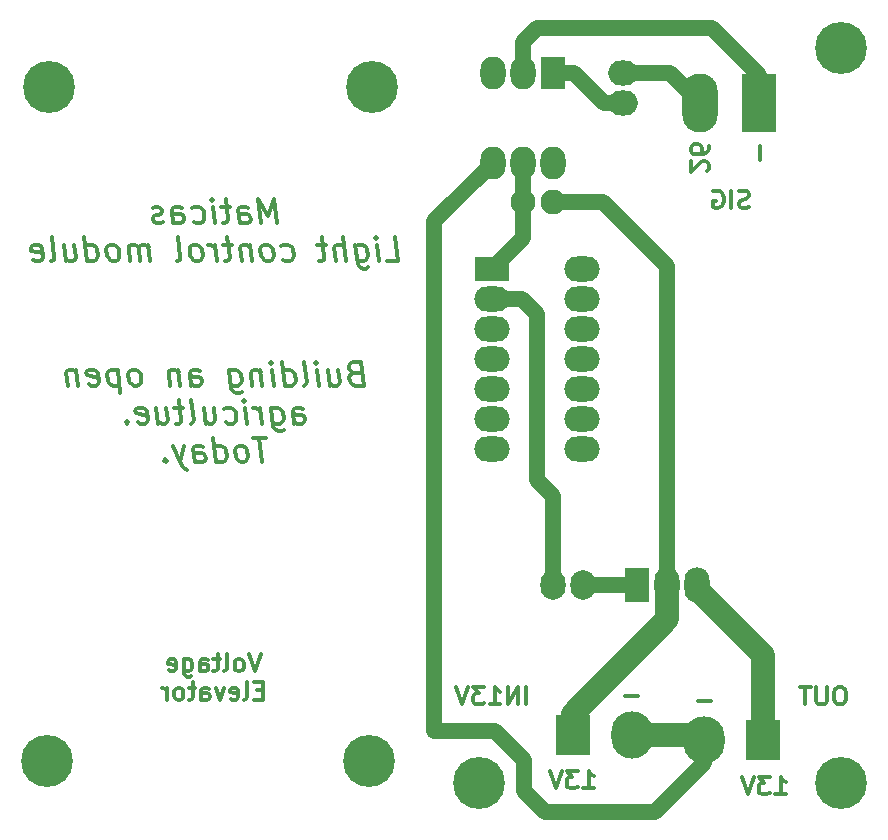
<source format=gbr>
%TF.GenerationSoftware,KiCad,Pcbnew,6.0.11+dfsg-1*%
%TF.CreationDate,2023-05-04T08:29:04-05:00*%
%TF.ProjectId,lights_control,6c696768-7473-45f6-936f-6e74726f6c2e,rev?*%
%TF.SameCoordinates,Original*%
%TF.FileFunction,Copper,L2,Bot*%
%TF.FilePolarity,Positive*%
%FSLAX46Y46*%
G04 Gerber Fmt 4.6, Leading zero omitted, Abs format (unit mm)*
G04 Created by KiCad (PCBNEW 6.0.11+dfsg-1) date 2023-05-04 08:29:04*
%MOMM*%
%LPD*%
G01*
G04 APERTURE LIST*
%ADD10C,0.300000*%
%TA.AperFunction,NonConductor*%
%ADD11C,0.300000*%
%TD*%
%TA.AperFunction,ComponentPad*%
%ADD12C,4.400000*%
%TD*%
%TA.AperFunction,ComponentPad*%
%ADD13R,3.000000X3.500000*%
%TD*%
%TA.AperFunction,ComponentPad*%
%ADD14O,3.500000X4.000000*%
%TD*%
%TA.AperFunction,ComponentPad*%
%ADD15R,2.125000X3.000000*%
%TD*%
%TA.AperFunction,ComponentPad*%
%ADD16O,2.125000X3.000000*%
%TD*%
%TA.AperFunction,ComponentPad*%
%ADD17O,2.500000X2.125000*%
%TD*%
%TA.AperFunction,ComponentPad*%
%ADD18R,3.000000X2.125000*%
%TD*%
%TA.AperFunction,ComponentPad*%
%ADD19O,3.000000X2.125000*%
%TD*%
%TA.AperFunction,ComponentPad*%
%ADD20O,2.125000X2.500000*%
%TD*%
%TA.AperFunction,ComponentPad*%
%ADD21R,2.125000X2.800000*%
%TD*%
%TA.AperFunction,ComponentPad*%
%ADD22O,2.125000X2.800000*%
%TD*%
%TA.AperFunction,ComponentPad*%
%ADD23C,2.125000*%
%TD*%
%TA.AperFunction,ComponentPad*%
%ADD24O,2.125000X2.125000*%
%TD*%
%TA.AperFunction,ComponentPad*%
%ADD25R,3.000000X5.000000*%
%TD*%
%TA.AperFunction,ComponentPad*%
%ADD26O,3.000000X5.000000*%
%TD*%
%TA.AperFunction,Conductor*%
%ADD27C,2.000000*%
%TD*%
%TA.AperFunction,Conductor*%
%ADD28C,1.330000*%
%TD*%
%TA.AperFunction,Conductor*%
%ADD29C,2.125000*%
%TD*%
G04 APERTURE END LIST*
D10*
D11*
X104599642Y-111378571D02*
X104599642Y-109878571D01*
X103885357Y-111378571D02*
X103885357Y-109878571D01*
X103028214Y-111378571D01*
X103028214Y-109878571D01*
X101528214Y-111378571D02*
X102385357Y-111378571D01*
X101956785Y-111378571D02*
X101956785Y-109878571D01*
X102099642Y-110092857D01*
X102242500Y-110235714D01*
X102385357Y-110307142D01*
X101028214Y-109878571D02*
X100099642Y-109878571D01*
X100599642Y-110450000D01*
X100385357Y-110450000D01*
X100242500Y-110521428D01*
X100171071Y-110592857D01*
X100099642Y-110735714D01*
X100099642Y-111092857D01*
X100171071Y-111235714D01*
X100242500Y-111307142D01*
X100385357Y-111378571D01*
X100813928Y-111378571D01*
X100956785Y-111307142D01*
X101028214Y-111235714D01*
X99671071Y-109878571D02*
X99171071Y-111378571D01*
X98671071Y-109878571D01*
D10*
D11*
X82100000Y-107071071D02*
X81600000Y-108571071D01*
X81100000Y-107071071D01*
X80385714Y-108571071D02*
X80528571Y-108499642D01*
X80600000Y-108428214D01*
X80671428Y-108285357D01*
X80671428Y-107856785D01*
X80600000Y-107713928D01*
X80528571Y-107642500D01*
X80385714Y-107571071D01*
X80171428Y-107571071D01*
X80028571Y-107642500D01*
X79957142Y-107713928D01*
X79885714Y-107856785D01*
X79885714Y-108285357D01*
X79957142Y-108428214D01*
X80028571Y-108499642D01*
X80171428Y-108571071D01*
X80385714Y-108571071D01*
X79028571Y-108571071D02*
X79171428Y-108499642D01*
X79242857Y-108356785D01*
X79242857Y-107071071D01*
X78671428Y-107571071D02*
X78100000Y-107571071D01*
X78457142Y-107071071D02*
X78457142Y-108356785D01*
X78385714Y-108499642D01*
X78242857Y-108571071D01*
X78100000Y-108571071D01*
X76957142Y-108571071D02*
X76957142Y-107785357D01*
X77028571Y-107642500D01*
X77171428Y-107571071D01*
X77457142Y-107571071D01*
X77600000Y-107642500D01*
X76957142Y-108499642D02*
X77100000Y-108571071D01*
X77457142Y-108571071D01*
X77600000Y-108499642D01*
X77671428Y-108356785D01*
X77671428Y-108213928D01*
X77600000Y-108071071D01*
X77457142Y-107999642D01*
X77100000Y-107999642D01*
X76957142Y-107928214D01*
X75600000Y-107571071D02*
X75600000Y-108785357D01*
X75671428Y-108928214D01*
X75742857Y-108999642D01*
X75885714Y-109071071D01*
X76100000Y-109071071D01*
X76242857Y-108999642D01*
X75600000Y-108499642D02*
X75742857Y-108571071D01*
X76028571Y-108571071D01*
X76171428Y-108499642D01*
X76242857Y-108428214D01*
X76314285Y-108285357D01*
X76314285Y-107856785D01*
X76242857Y-107713928D01*
X76171428Y-107642500D01*
X76028571Y-107571071D01*
X75742857Y-107571071D01*
X75600000Y-107642500D01*
X74314285Y-108499642D02*
X74457142Y-108571071D01*
X74742857Y-108571071D01*
X74885714Y-108499642D01*
X74957142Y-108356785D01*
X74957142Y-107785357D01*
X74885714Y-107642500D01*
X74742857Y-107571071D01*
X74457142Y-107571071D01*
X74314285Y-107642500D01*
X74242857Y-107785357D01*
X74242857Y-107928214D01*
X74957142Y-108071071D01*
X82278571Y-110200357D02*
X81778571Y-110200357D01*
X81564285Y-110986071D02*
X82278571Y-110986071D01*
X82278571Y-109486071D01*
X81564285Y-109486071D01*
X80707142Y-110986071D02*
X80850000Y-110914642D01*
X80921428Y-110771785D01*
X80921428Y-109486071D01*
X79564285Y-110914642D02*
X79707142Y-110986071D01*
X79992857Y-110986071D01*
X80135714Y-110914642D01*
X80207142Y-110771785D01*
X80207142Y-110200357D01*
X80135714Y-110057500D01*
X79992857Y-109986071D01*
X79707142Y-109986071D01*
X79564285Y-110057500D01*
X79492857Y-110200357D01*
X79492857Y-110343214D01*
X80207142Y-110486071D01*
X78992857Y-109986071D02*
X78635714Y-110986071D01*
X78278571Y-109986071D01*
X77064285Y-110986071D02*
X77064285Y-110200357D01*
X77135714Y-110057500D01*
X77278571Y-109986071D01*
X77564285Y-109986071D01*
X77707142Y-110057500D01*
X77064285Y-110914642D02*
X77207142Y-110986071D01*
X77564285Y-110986071D01*
X77707142Y-110914642D01*
X77778571Y-110771785D01*
X77778571Y-110628928D01*
X77707142Y-110486071D01*
X77564285Y-110414642D01*
X77207142Y-110414642D01*
X77064285Y-110343214D01*
X76564285Y-109986071D02*
X75992857Y-109986071D01*
X76350000Y-109486071D02*
X76350000Y-110771785D01*
X76278571Y-110914642D01*
X76135714Y-110986071D01*
X75992857Y-110986071D01*
X75278571Y-110986071D02*
X75421428Y-110914642D01*
X75492857Y-110843214D01*
X75564285Y-110700357D01*
X75564285Y-110271785D01*
X75492857Y-110128928D01*
X75421428Y-110057500D01*
X75278571Y-109986071D01*
X75064285Y-109986071D01*
X74921428Y-110057500D01*
X74850000Y-110128928D01*
X74778571Y-110271785D01*
X74778571Y-110700357D01*
X74850000Y-110843214D01*
X74921428Y-110914642D01*
X75064285Y-110986071D01*
X75278571Y-110986071D01*
X74135714Y-110986071D02*
X74135714Y-109986071D01*
X74135714Y-110271785D02*
X74064285Y-110128928D01*
X73992857Y-110057500D01*
X73850000Y-109986071D01*
X73707142Y-109986071D01*
D10*
D11*
X125686071Y-118986071D02*
X126543214Y-118986071D01*
X126114642Y-118986071D02*
X126114642Y-117486071D01*
X126257500Y-117700357D01*
X126400357Y-117843214D01*
X126543214Y-117914642D01*
X125186071Y-117486071D02*
X124257500Y-117486071D01*
X124757500Y-118057500D01*
X124543214Y-118057500D01*
X124400357Y-118128928D01*
X124328928Y-118200357D01*
X124257500Y-118343214D01*
X124257500Y-118700357D01*
X124328928Y-118843214D01*
X124400357Y-118914642D01*
X124543214Y-118986071D01*
X124971785Y-118986071D01*
X125114642Y-118914642D01*
X125186071Y-118843214D01*
X123828928Y-117486071D02*
X123328928Y-118986071D01*
X122828928Y-117486071D01*
D10*
D11*
X131300000Y-109878571D02*
X131014285Y-109878571D01*
X130871428Y-109950000D01*
X130728571Y-110092857D01*
X130657142Y-110378571D01*
X130657142Y-110878571D01*
X130728571Y-111164285D01*
X130871428Y-111307142D01*
X131014285Y-111378571D01*
X131300000Y-111378571D01*
X131442857Y-111307142D01*
X131585714Y-111164285D01*
X131657142Y-110878571D01*
X131657142Y-110378571D01*
X131585714Y-110092857D01*
X131442857Y-109950000D01*
X131300000Y-109878571D01*
X130014285Y-109878571D02*
X130014285Y-111092857D01*
X129942857Y-111235714D01*
X129871428Y-111307142D01*
X129728571Y-111378571D01*
X129442857Y-111378571D01*
X129300000Y-111307142D01*
X129228571Y-111235714D01*
X129157142Y-111092857D01*
X129157142Y-109878571D01*
X128657142Y-109878571D02*
X127800000Y-109878571D01*
X128228571Y-111378571D02*
X128228571Y-109878571D01*
D10*
D11*
X120228928Y-111114642D02*
X119086071Y-111114642D01*
D10*
D11*
X124407142Y-64128571D02*
X124407142Y-65271428D01*
D10*
D11*
X109428571Y-118478571D02*
X110285714Y-118478571D01*
X109857142Y-118478571D02*
X109857142Y-116978571D01*
X110000000Y-117192857D01*
X110142857Y-117335714D01*
X110285714Y-117407142D01*
X108928571Y-116978571D02*
X108000000Y-116978571D01*
X108500000Y-117550000D01*
X108285714Y-117550000D01*
X108142857Y-117621428D01*
X108071428Y-117692857D01*
X108000000Y-117835714D01*
X108000000Y-118192857D01*
X108071428Y-118335714D01*
X108142857Y-118407142D01*
X108285714Y-118478571D01*
X108714285Y-118478571D01*
X108857142Y-118407142D01*
X108928571Y-118335714D01*
X107571428Y-116978571D02*
X107071428Y-118478571D01*
X106571428Y-116978571D01*
D10*
D11*
X90015535Y-83337142D02*
X89741726Y-83432380D01*
X89658392Y-83527619D01*
X89586964Y-83718095D01*
X89622678Y-84003809D01*
X89741726Y-84194285D01*
X89848869Y-84289523D01*
X90051250Y-84384761D01*
X90813154Y-84384761D01*
X90563154Y-82384761D01*
X89896488Y-82384761D01*
X89717916Y-82480000D01*
X89634583Y-82575238D01*
X89563154Y-82765714D01*
X89586964Y-82956190D01*
X89706011Y-83146666D01*
X89813154Y-83241904D01*
X90015535Y-83337142D01*
X90682202Y-83337142D01*
X87789345Y-83051428D02*
X87956011Y-84384761D01*
X88646488Y-83051428D02*
X88777440Y-84099047D01*
X88706011Y-84289523D01*
X88527440Y-84384761D01*
X88241726Y-84384761D01*
X88039345Y-84289523D01*
X87932202Y-84194285D01*
X87003630Y-84384761D02*
X86836964Y-83051428D01*
X86753630Y-82384761D02*
X86860773Y-82480000D01*
X86777440Y-82575238D01*
X86670297Y-82480000D01*
X86753630Y-82384761D01*
X86777440Y-82575238D01*
X85765535Y-84384761D02*
X85944107Y-84289523D01*
X86015535Y-84099047D01*
X85801250Y-82384761D01*
X84146488Y-84384761D02*
X83896488Y-82384761D01*
X84134583Y-84289523D02*
X84336964Y-84384761D01*
X84717916Y-84384761D01*
X84896488Y-84289523D01*
X84979821Y-84194285D01*
X85051250Y-84003809D01*
X84979821Y-83432380D01*
X84860773Y-83241904D01*
X84753630Y-83146666D01*
X84551250Y-83051428D01*
X84170297Y-83051428D01*
X83991726Y-83146666D01*
X83194107Y-84384761D02*
X83027440Y-83051428D01*
X82944107Y-82384761D02*
X83051250Y-82480000D01*
X82967916Y-82575238D01*
X82860773Y-82480000D01*
X82944107Y-82384761D01*
X82967916Y-82575238D01*
X82075059Y-83051428D02*
X82241726Y-84384761D01*
X82098869Y-83241904D02*
X81991726Y-83146666D01*
X81789345Y-83051428D01*
X81503630Y-83051428D01*
X81325059Y-83146666D01*
X81253630Y-83337142D01*
X81384583Y-84384761D01*
X79408392Y-83051428D02*
X79610773Y-84670476D01*
X79729821Y-84860952D01*
X79836964Y-84956190D01*
X80039345Y-85051428D01*
X80325059Y-85051428D01*
X80503630Y-84956190D01*
X79563154Y-84289523D02*
X79765535Y-84384761D01*
X80146488Y-84384761D01*
X80325059Y-84289523D01*
X80408392Y-84194285D01*
X80479821Y-84003809D01*
X80408392Y-83432380D01*
X80289345Y-83241904D01*
X80182202Y-83146666D01*
X79979821Y-83051428D01*
X79598869Y-83051428D01*
X79420297Y-83146666D01*
X76241726Y-84384761D02*
X76110773Y-83337142D01*
X76182202Y-83146666D01*
X76360773Y-83051428D01*
X76741726Y-83051428D01*
X76944107Y-83146666D01*
X76229821Y-84289523D02*
X76432202Y-84384761D01*
X76908392Y-84384761D01*
X77086964Y-84289523D01*
X77158392Y-84099047D01*
X77134583Y-83908571D01*
X77015535Y-83718095D01*
X76813154Y-83622857D01*
X76336964Y-83622857D01*
X76134583Y-83527619D01*
X75122678Y-83051428D02*
X75289345Y-84384761D01*
X75146488Y-83241904D02*
X75039345Y-83146666D01*
X74836964Y-83051428D01*
X74551250Y-83051428D01*
X74372678Y-83146666D01*
X74301250Y-83337142D01*
X74432202Y-84384761D01*
X71670297Y-84384761D02*
X71848869Y-84289523D01*
X71932202Y-84194285D01*
X72003630Y-84003809D01*
X71932202Y-83432380D01*
X71813154Y-83241904D01*
X71706011Y-83146666D01*
X71503630Y-83051428D01*
X71217916Y-83051428D01*
X71039345Y-83146666D01*
X70956011Y-83241904D01*
X70884583Y-83432380D01*
X70956011Y-84003809D01*
X71075059Y-84194285D01*
X71182202Y-84289523D01*
X71384583Y-84384761D01*
X71670297Y-84384761D01*
X69979821Y-83051428D02*
X70229821Y-85051428D01*
X69991726Y-83146666D02*
X69789345Y-83051428D01*
X69408392Y-83051428D01*
X69229821Y-83146666D01*
X69146488Y-83241904D01*
X69075059Y-83432380D01*
X69146488Y-84003809D01*
X69265535Y-84194285D01*
X69372678Y-84289523D01*
X69575059Y-84384761D01*
X69956011Y-84384761D01*
X70134583Y-84289523D01*
X67563154Y-84289523D02*
X67765535Y-84384761D01*
X68146488Y-84384761D01*
X68325059Y-84289523D01*
X68396488Y-84099047D01*
X68301250Y-83337142D01*
X68182202Y-83146666D01*
X67979821Y-83051428D01*
X67598869Y-83051428D01*
X67420297Y-83146666D01*
X67348869Y-83337142D01*
X67372678Y-83527619D01*
X68348869Y-83718095D01*
X66456011Y-83051428D02*
X66622678Y-84384761D01*
X66479821Y-83241904D02*
X66372678Y-83146666D01*
X66170297Y-83051428D01*
X65884583Y-83051428D01*
X65706011Y-83146666D01*
X65634583Y-83337142D01*
X65765535Y-84384761D01*
X84956011Y-87604761D02*
X84825059Y-86557142D01*
X84896488Y-86366666D01*
X85075059Y-86271428D01*
X85456011Y-86271428D01*
X85658392Y-86366666D01*
X84944107Y-87509523D02*
X85146488Y-87604761D01*
X85622678Y-87604761D01*
X85801250Y-87509523D01*
X85872678Y-87319047D01*
X85848869Y-87128571D01*
X85729821Y-86938095D01*
X85527440Y-86842857D01*
X85051250Y-86842857D01*
X84848869Y-86747619D01*
X82979821Y-86271428D02*
X83182202Y-87890476D01*
X83301250Y-88080952D01*
X83408392Y-88176190D01*
X83610773Y-88271428D01*
X83896488Y-88271428D01*
X84075059Y-88176190D01*
X83134583Y-87509523D02*
X83336964Y-87604761D01*
X83717916Y-87604761D01*
X83896488Y-87509523D01*
X83979821Y-87414285D01*
X84051250Y-87223809D01*
X83979821Y-86652380D01*
X83860773Y-86461904D01*
X83753630Y-86366666D01*
X83551250Y-86271428D01*
X83170297Y-86271428D01*
X82991726Y-86366666D01*
X82194107Y-87604761D02*
X82027440Y-86271428D01*
X82075059Y-86652380D02*
X81956011Y-86461904D01*
X81848869Y-86366666D01*
X81646488Y-86271428D01*
X81456011Y-86271428D01*
X80956011Y-87604761D02*
X80789345Y-86271428D01*
X80706011Y-85604761D02*
X80813154Y-85700000D01*
X80729821Y-85795238D01*
X80622678Y-85700000D01*
X80706011Y-85604761D01*
X80729821Y-85795238D01*
X79134583Y-87509523D02*
X79336964Y-87604761D01*
X79717916Y-87604761D01*
X79896488Y-87509523D01*
X79979821Y-87414285D01*
X80051250Y-87223809D01*
X79979821Y-86652380D01*
X79860773Y-86461904D01*
X79753630Y-86366666D01*
X79551250Y-86271428D01*
X79170297Y-86271428D01*
X78991726Y-86366666D01*
X77265535Y-86271428D02*
X77432202Y-87604761D01*
X78122678Y-86271428D02*
X78253630Y-87319047D01*
X78182202Y-87509523D01*
X78003630Y-87604761D01*
X77717916Y-87604761D01*
X77515535Y-87509523D01*
X77408392Y-87414285D01*
X76194107Y-87604761D02*
X76372678Y-87509523D01*
X76444107Y-87319047D01*
X76229821Y-85604761D01*
X75551250Y-86271428D02*
X74789345Y-86271428D01*
X75182202Y-85604761D02*
X75396488Y-87319047D01*
X75325059Y-87509523D01*
X75146488Y-87604761D01*
X74956011Y-87604761D01*
X73265535Y-86271428D02*
X73432202Y-87604761D01*
X74122678Y-86271428D02*
X74253630Y-87319047D01*
X74182202Y-87509523D01*
X74003630Y-87604761D01*
X73717916Y-87604761D01*
X73515535Y-87509523D01*
X73408392Y-87414285D01*
X71706011Y-87509523D02*
X71908392Y-87604761D01*
X72289345Y-87604761D01*
X72467916Y-87509523D01*
X72539345Y-87319047D01*
X72444107Y-86557142D01*
X72325059Y-86366666D01*
X72122678Y-86271428D01*
X71741726Y-86271428D01*
X71563154Y-86366666D01*
X71491726Y-86557142D01*
X71515535Y-86747619D01*
X72491726Y-86938095D01*
X70741726Y-87414285D02*
X70658392Y-87509523D01*
X70765535Y-87604761D01*
X70848869Y-87509523D01*
X70741726Y-87414285D01*
X70765535Y-87604761D01*
X82563154Y-88824761D02*
X81420297Y-88824761D01*
X82241726Y-90824761D02*
X81991726Y-88824761D01*
X80717916Y-90824761D02*
X80896488Y-90729523D01*
X80979821Y-90634285D01*
X81051250Y-90443809D01*
X80979821Y-89872380D01*
X80860773Y-89681904D01*
X80753630Y-89586666D01*
X80551250Y-89491428D01*
X80265535Y-89491428D01*
X80086964Y-89586666D01*
X80003630Y-89681904D01*
X79932202Y-89872380D01*
X80003630Y-90443809D01*
X80122678Y-90634285D01*
X80229821Y-90729523D01*
X80432202Y-90824761D01*
X80717916Y-90824761D01*
X78336964Y-90824761D02*
X78086964Y-88824761D01*
X78325059Y-90729523D02*
X78527440Y-90824761D01*
X78908392Y-90824761D01*
X79086964Y-90729523D01*
X79170297Y-90634285D01*
X79241726Y-90443809D01*
X79170297Y-89872380D01*
X79051250Y-89681904D01*
X78944107Y-89586666D01*
X78741726Y-89491428D01*
X78360773Y-89491428D01*
X78182202Y-89586666D01*
X76527440Y-90824761D02*
X76396488Y-89777142D01*
X76467916Y-89586666D01*
X76646488Y-89491428D01*
X77027440Y-89491428D01*
X77229821Y-89586666D01*
X76515535Y-90729523D02*
X76717916Y-90824761D01*
X77194107Y-90824761D01*
X77372678Y-90729523D01*
X77444107Y-90539047D01*
X77420297Y-90348571D01*
X77301250Y-90158095D01*
X77098869Y-90062857D01*
X76622678Y-90062857D01*
X76420297Y-89967619D01*
X75598869Y-89491428D02*
X75289345Y-90824761D01*
X74646488Y-89491428D02*
X75289345Y-90824761D01*
X75539345Y-91300952D01*
X75646488Y-91396190D01*
X75848869Y-91491428D01*
X74027440Y-90634285D02*
X73944107Y-90729523D01*
X74051250Y-90824761D01*
X74134583Y-90729523D01*
X74027440Y-90634285D01*
X74051250Y-90824761D01*
D10*
D11*
X83479821Y-70594761D02*
X83229821Y-68594761D01*
X82741726Y-70023333D01*
X81896488Y-68594761D01*
X82146488Y-70594761D01*
X80336964Y-70594761D02*
X80206011Y-69547142D01*
X80277440Y-69356666D01*
X80456011Y-69261428D01*
X80836964Y-69261428D01*
X81039345Y-69356666D01*
X80325059Y-70499523D02*
X80527440Y-70594761D01*
X81003630Y-70594761D01*
X81182202Y-70499523D01*
X81253630Y-70309047D01*
X81229821Y-70118571D01*
X81110773Y-69928095D01*
X80908392Y-69832857D01*
X80432202Y-69832857D01*
X80229821Y-69737619D01*
X79503630Y-69261428D02*
X78741726Y-69261428D01*
X79134583Y-68594761D02*
X79348869Y-70309047D01*
X79277440Y-70499523D01*
X79098869Y-70594761D01*
X78908392Y-70594761D01*
X78241726Y-70594761D02*
X78075059Y-69261428D01*
X77991726Y-68594761D02*
X78098869Y-68690000D01*
X78015535Y-68785238D01*
X77908392Y-68690000D01*
X77991726Y-68594761D01*
X78015535Y-68785238D01*
X76420297Y-70499523D02*
X76622678Y-70594761D01*
X77003630Y-70594761D01*
X77182202Y-70499523D01*
X77265535Y-70404285D01*
X77336964Y-70213809D01*
X77265535Y-69642380D01*
X77146488Y-69451904D01*
X77039345Y-69356666D01*
X76836964Y-69261428D01*
X76456011Y-69261428D01*
X76277440Y-69356666D01*
X74717916Y-70594761D02*
X74586964Y-69547142D01*
X74658392Y-69356666D01*
X74836964Y-69261428D01*
X75217916Y-69261428D01*
X75420297Y-69356666D01*
X74706011Y-70499523D02*
X74908392Y-70594761D01*
X75384583Y-70594761D01*
X75563154Y-70499523D01*
X75634583Y-70309047D01*
X75610773Y-70118571D01*
X75491726Y-69928095D01*
X75289345Y-69832857D01*
X74813154Y-69832857D01*
X74610773Y-69737619D01*
X73848869Y-70499523D02*
X73670297Y-70594761D01*
X73289345Y-70594761D01*
X73086964Y-70499523D01*
X72967916Y-70309047D01*
X72956011Y-70213809D01*
X73027440Y-70023333D01*
X73206011Y-69928095D01*
X73491726Y-69928095D01*
X73670297Y-69832857D01*
X73741726Y-69642380D01*
X73729821Y-69547142D01*
X73610773Y-69356666D01*
X73408392Y-69261428D01*
X73122678Y-69261428D01*
X72944107Y-69356666D01*
X92765535Y-73814761D02*
X93717916Y-73814761D01*
X93467916Y-71814761D01*
X92098869Y-73814761D02*
X91932202Y-72481428D01*
X91848869Y-71814761D02*
X91956011Y-71910000D01*
X91872678Y-72005238D01*
X91765535Y-71910000D01*
X91848869Y-71814761D01*
X91872678Y-72005238D01*
X90122678Y-72481428D02*
X90325059Y-74100476D01*
X90444107Y-74290952D01*
X90551250Y-74386190D01*
X90753630Y-74481428D01*
X91039345Y-74481428D01*
X91217916Y-74386190D01*
X90277440Y-73719523D02*
X90479821Y-73814761D01*
X90860773Y-73814761D01*
X91039345Y-73719523D01*
X91122678Y-73624285D01*
X91194107Y-73433809D01*
X91122678Y-72862380D01*
X91003630Y-72671904D01*
X90896488Y-72576666D01*
X90694107Y-72481428D01*
X90313154Y-72481428D01*
X90134583Y-72576666D01*
X89336964Y-73814761D02*
X89086964Y-71814761D01*
X88479821Y-73814761D02*
X88348869Y-72767142D01*
X88420297Y-72576666D01*
X88598869Y-72481428D01*
X88884583Y-72481428D01*
X89086964Y-72576666D01*
X89194107Y-72671904D01*
X87646488Y-72481428D02*
X86884583Y-72481428D01*
X87277440Y-71814761D02*
X87491726Y-73529047D01*
X87420297Y-73719523D01*
X87241726Y-73814761D01*
X87051250Y-73814761D01*
X83991726Y-73719523D02*
X84194107Y-73814761D01*
X84575059Y-73814761D01*
X84753630Y-73719523D01*
X84836964Y-73624285D01*
X84908392Y-73433809D01*
X84836964Y-72862380D01*
X84717916Y-72671904D01*
X84610773Y-72576666D01*
X84408392Y-72481428D01*
X84027440Y-72481428D01*
X83848869Y-72576666D01*
X82860773Y-73814761D02*
X83039345Y-73719523D01*
X83122678Y-73624285D01*
X83194107Y-73433809D01*
X83122678Y-72862380D01*
X83003630Y-72671904D01*
X82896488Y-72576666D01*
X82694107Y-72481428D01*
X82408392Y-72481428D01*
X82229821Y-72576666D01*
X82146488Y-72671904D01*
X82075059Y-72862380D01*
X82146488Y-73433809D01*
X82265535Y-73624285D01*
X82372678Y-73719523D01*
X82575059Y-73814761D01*
X82860773Y-73814761D01*
X81170297Y-72481428D02*
X81336964Y-73814761D01*
X81194107Y-72671904D02*
X81086964Y-72576666D01*
X80884583Y-72481428D01*
X80598869Y-72481428D01*
X80420297Y-72576666D01*
X80348869Y-72767142D01*
X80479821Y-73814761D01*
X79646488Y-72481428D02*
X78884583Y-72481428D01*
X79277440Y-71814761D02*
X79491726Y-73529047D01*
X79420297Y-73719523D01*
X79241726Y-73814761D01*
X79051250Y-73814761D01*
X78384583Y-73814761D02*
X78217916Y-72481428D01*
X78265535Y-72862380D02*
X78146488Y-72671904D01*
X78039345Y-72576666D01*
X77836964Y-72481428D01*
X77646488Y-72481428D01*
X76860773Y-73814761D02*
X77039345Y-73719523D01*
X77122678Y-73624285D01*
X77194107Y-73433809D01*
X77122678Y-72862380D01*
X77003630Y-72671904D01*
X76896488Y-72576666D01*
X76694107Y-72481428D01*
X76408392Y-72481428D01*
X76229821Y-72576666D01*
X76146488Y-72671904D01*
X76075059Y-72862380D01*
X76146488Y-73433809D01*
X76265535Y-73624285D01*
X76372678Y-73719523D01*
X76575059Y-73814761D01*
X76860773Y-73814761D01*
X75051250Y-73814761D02*
X75229821Y-73719523D01*
X75301250Y-73529047D01*
X75086964Y-71814761D01*
X72765535Y-73814761D02*
X72598869Y-72481428D01*
X72622678Y-72671904D02*
X72515535Y-72576666D01*
X72313154Y-72481428D01*
X72027440Y-72481428D01*
X71848869Y-72576666D01*
X71777440Y-72767142D01*
X71908392Y-73814761D01*
X71777440Y-72767142D02*
X71658392Y-72576666D01*
X71456011Y-72481428D01*
X71170297Y-72481428D01*
X70991726Y-72576666D01*
X70920297Y-72767142D01*
X71051250Y-73814761D01*
X69813154Y-73814761D02*
X69991726Y-73719523D01*
X70075059Y-73624285D01*
X70146488Y-73433809D01*
X70075059Y-72862380D01*
X69956011Y-72671904D01*
X69848869Y-72576666D01*
X69646488Y-72481428D01*
X69360773Y-72481428D01*
X69182202Y-72576666D01*
X69098869Y-72671904D01*
X69027440Y-72862380D01*
X69098869Y-73433809D01*
X69217916Y-73624285D01*
X69325059Y-73719523D01*
X69527440Y-73814761D01*
X69813154Y-73814761D01*
X67432202Y-73814761D02*
X67182202Y-71814761D01*
X67420297Y-73719523D02*
X67622678Y-73814761D01*
X68003630Y-73814761D01*
X68182202Y-73719523D01*
X68265535Y-73624285D01*
X68336964Y-73433809D01*
X68265535Y-72862380D01*
X68146488Y-72671904D01*
X68039345Y-72576666D01*
X67836964Y-72481428D01*
X67456011Y-72481428D01*
X67277440Y-72576666D01*
X65456011Y-72481428D02*
X65622678Y-73814761D01*
X66313154Y-72481428D02*
X66444107Y-73529047D01*
X66372678Y-73719523D01*
X66194107Y-73814761D01*
X65908392Y-73814761D01*
X65706011Y-73719523D01*
X65598869Y-73624285D01*
X64384583Y-73814761D02*
X64563154Y-73719523D01*
X64634583Y-73529047D01*
X64420297Y-71814761D01*
X62848869Y-73719523D02*
X63051250Y-73814761D01*
X63432202Y-73814761D01*
X63610773Y-73719523D01*
X63682202Y-73529047D01*
X63586964Y-72767142D01*
X63467916Y-72576666D01*
X63265535Y-72481428D01*
X62884583Y-72481428D01*
X62706011Y-72576666D01*
X62634583Y-72767142D01*
X62658392Y-72957619D01*
X63634583Y-73148095D01*
D10*
D11*
X114071428Y-110707142D02*
X112928571Y-110707142D01*
D10*
D11*
X119878571Y-66242857D02*
X119950000Y-66171428D01*
X120021428Y-66028571D01*
X120021428Y-65671428D01*
X119950000Y-65528571D01*
X119878571Y-65457142D01*
X119735714Y-65385714D01*
X119592857Y-65385714D01*
X119378571Y-65457142D01*
X118521428Y-66314285D01*
X118521428Y-65385714D01*
X120021428Y-64100000D02*
X120021428Y-64385714D01*
X119950000Y-64528571D01*
X119878571Y-64600000D01*
X119664285Y-64742857D01*
X119378571Y-64814285D01*
X118807142Y-64814285D01*
X118664285Y-64742857D01*
X118592857Y-64671428D01*
X118521428Y-64528571D01*
X118521428Y-64242857D01*
X118592857Y-64100000D01*
X118664285Y-64028571D01*
X118807142Y-63957142D01*
X119164285Y-63957142D01*
X119307142Y-64028571D01*
X119378571Y-64100000D01*
X119450000Y-64242857D01*
X119450000Y-64528571D01*
X119378571Y-64671428D01*
X119307142Y-64742857D01*
X119164285Y-64814285D01*
D10*
D11*
X123435714Y-69307142D02*
X123221428Y-69378571D01*
X122864285Y-69378571D01*
X122721428Y-69307142D01*
X122650000Y-69235714D01*
X122578571Y-69092857D01*
X122578571Y-68950000D01*
X122650000Y-68807142D01*
X122721428Y-68735714D01*
X122864285Y-68664285D01*
X123150000Y-68592857D01*
X123292857Y-68521428D01*
X123364285Y-68450000D01*
X123435714Y-68307142D01*
X123435714Y-68164285D01*
X123364285Y-68021428D01*
X123292857Y-67950000D01*
X123150000Y-67878571D01*
X122792857Y-67878571D01*
X122578571Y-67950000D01*
X121935714Y-69378571D02*
X121935714Y-67878571D01*
X120435714Y-67950000D02*
X120578571Y-67878571D01*
X120792857Y-67878571D01*
X121007142Y-67950000D01*
X121150000Y-68092857D01*
X121221428Y-68235714D01*
X121292857Y-68521428D01*
X121292857Y-68735714D01*
X121221428Y-69021428D01*
X121150000Y-69164285D01*
X121007142Y-69307142D01*
X120792857Y-69378571D01*
X120650000Y-69378571D01*
X120435714Y-69307142D01*
X120364285Y-69235714D01*
X120364285Y-68735714D01*
X120650000Y-68735714D01*
D12*
%TO.P,H3,1*%
%TO.N,N/C*%
X131200000Y-55800000D03*
%TD*%
D13*
%TO.P,12V1,1,Pin_1*%
%TO.N,12v*%
X108542500Y-113992500D03*
D14*
%TO.P,12V1,2,Pin_2*%
%TO.N,GND12V*%
X113542500Y-113992500D03*
%TD*%
D12*
%TO.P,H7,1*%
%TO.N,N/C*%
X64220000Y-59100000D03*
%TD*%
D15*
%TO.P,Q1,1,B*%
%TO.N,Net-(Q1-Pad1)*%
X114004250Y-101300000D03*
D16*
%TO.P,Q1,2,C*%
%TO.N,12v*%
X116544250Y-101300000D03*
%TO.P,Q1,3,E*%
%TO.N,Net-(OUT1-Pad1)*%
X119084250Y-101300000D03*
%TD*%
D12*
%TO.P,H5,1*%
%TO.N,N/C*%
X64020000Y-116200000D03*
%TD*%
D17*
%TO.P,R1,1*%
%TO.N,D26*%
X112800000Y-57936250D03*
%TO.P,R1,2*%
%TO.N,Net-(R1-Pad2)*%
X112800000Y-60476250D03*
%TD*%
D18*
%TO.P,U2,1*%
%TO.N,Net-(R2-Pad1)*%
X101700000Y-74475000D03*
D19*
%TO.P,U2,2*%
%TO.N,Net-(R3-Pad1)*%
X101700000Y-77015000D03*
%TO.P,U2,3*%
%TO.N,unconnected-(U2-Pad3)*%
X101700000Y-79555000D03*
%TO.P,U2,4*%
%TO.N,unconnected-(U2-Pad4)*%
X101700000Y-82095000D03*
%TO.P,U2,5*%
%TO.N,unconnected-(U2-Pad5)*%
X101700000Y-84635000D03*
%TO.P,U2,6*%
%TO.N,unconnected-(U2-Pad6)*%
X101700000Y-87175000D03*
%TO.P,U2,7,VSS*%
%TO.N,GND5V*%
X101700000Y-89715000D03*
%TO.P,U2,8*%
%TO.N,unconnected-(U2-Pad8)*%
X109320000Y-89715000D03*
%TO.P,U2,9*%
%TO.N,unconnected-(U2-Pad9)*%
X109320000Y-87175000D03*
%TO.P,U2,10*%
%TO.N,unconnected-(U2-Pad10)*%
X109320000Y-84635000D03*
%TO.P,U2,11*%
%TO.N,unconnected-(U2-Pad11)*%
X109320000Y-82095000D03*
%TO.P,U2,12*%
%TO.N,N/C*%
X109320000Y-79555000D03*
%TO.P,U2,13*%
X109320000Y-77015000D03*
%TO.P,U2,14,VDD*%
%TO.N,5v*%
X109320000Y-74475000D03*
%TD*%
D12*
%TO.P,H1,1*%
%TO.N,N/C*%
X131200000Y-118000000D03*
%TD*%
%TO.P,H2,1*%
%TO.N,N/C*%
X100600000Y-118000000D03*
%TD*%
D20*
%TO.P,R3,1*%
%TO.N,Net-(R3-Pad1)*%
X106836250Y-101300000D03*
%TO.P,R3,2*%
%TO.N,Net-(Q1-Pad1)*%
X109376250Y-101300000D03*
%TD*%
D12*
%TO.P,H4,1*%
%TO.N,N/C*%
X91300000Y-116200000D03*
%TD*%
D21*
%TO.P,U1,1*%
%TO.N,Net-(R1-Pad2)*%
X106825000Y-57900000D03*
D22*
%TO.P,U1,2*%
%TO.N,GND SIG*%
X104285000Y-57900000D03*
%TO.P,U1,3,NC*%
%TO.N,unconnected-(U1-Pad3)*%
X101745000Y-57900000D03*
%TO.P,U1,4*%
%TO.N,GND12V*%
X101745000Y-65520000D03*
%TO.P,U1,5*%
%TO.N,Net-(R2-Pad1)*%
X104285000Y-65520000D03*
%TO.P,U1,6*%
%TO.N,unconnected-(U1-Pad6)*%
X106825000Y-65520000D03*
%TD*%
D23*
%TO.P,R2,1*%
%TO.N,Net-(R2-Pad1)*%
X104280000Y-68800000D03*
D24*
%TO.P,R2,2*%
%TO.N,12v*%
X106820000Y-68800000D03*
%TD*%
D13*
%TO.P,OUT1,1,Pin_1*%
%TO.N,Net-(OUT1-Pad1)*%
X124657500Y-114407500D03*
D14*
%TO.P,OUT1,2,Pin_2*%
%TO.N,GND12V*%
X119657500Y-114407500D03*
%TD*%
D25*
%TO.P,12V2,1,Pin_1*%
%TO.N,GND SIG*%
X124300000Y-60500000D03*
D26*
%TO.P,12V2,2,Pin_2*%
%TO.N,D26*%
X119300000Y-60500000D03*
%TD*%
D12*
%TO.P,H6,1*%
%TO.N,N/C*%
X91500000Y-59100000D03*
%TD*%
D27*
%TO.N,12v*%
X116544250Y-104155750D02*
X116544250Y-101300000D01*
D28*
X111100000Y-68800000D02*
X106820000Y-68800000D01*
X116544250Y-74244250D02*
X111100000Y-68800000D01*
D27*
X108542500Y-113992500D02*
X108542500Y-112157500D01*
X108542500Y-112157500D02*
X116544250Y-104155750D01*
D28*
X116544250Y-101300000D02*
X116544250Y-74244250D01*
%TO.N,GND12V*%
X96800000Y-113600000D02*
X96800000Y-70465000D01*
X104400000Y-118700000D02*
X104400000Y-116100000D01*
X119242500Y-113992500D02*
X119657500Y-114407500D01*
X106200000Y-120500000D02*
X104400000Y-118700000D01*
X101900000Y-113600000D02*
X96800000Y-113600000D01*
X96800000Y-70465000D02*
X101745000Y-65520000D01*
X115500000Y-120500000D02*
X106200000Y-120500000D01*
D27*
X113542500Y-113992500D02*
X119242500Y-113992500D01*
D29*
X119592500Y-113992500D02*
X119600000Y-114000000D01*
D28*
X104400000Y-116100000D02*
X101900000Y-113600000D01*
X119657500Y-116342500D02*
X115500000Y-120500000D01*
D27*
%TO.N,Net-(OUT1-Pad1)*%
X124657500Y-107189000D02*
X124657500Y-114407500D01*
D28*
X119084250Y-101300000D02*
X119084250Y-101615750D01*
D27*
X119084250Y-101615750D02*
X124657500Y-107189000D01*
D28*
%TO.N,Net-(Q1-Pad1)*%
X114004250Y-101300000D02*
X109376250Y-101300000D01*
%TO.N,D26*%
X112800000Y-57936250D02*
X116736250Y-57936250D01*
X116736250Y-57936250D02*
X119300000Y-60500000D01*
%TO.N,Net-(R1-Pad2)*%
X112800000Y-60476250D02*
X111176250Y-60476250D01*
X111176250Y-60476250D02*
X108600000Y-57900000D01*
X108600000Y-57900000D02*
X106825000Y-57900000D01*
%TO.N,Net-(R2-Pad1)*%
X104285000Y-68795000D02*
X104280000Y-68800000D01*
X104285000Y-65520000D02*
X104285000Y-68795000D01*
X104280000Y-71895000D02*
X101700000Y-74475000D01*
X104280000Y-68800000D02*
X104280000Y-71895000D01*
%TO.N,Net-(R3-Pad1)*%
X106836250Y-101300000D02*
X106836250Y-93736250D01*
X105500000Y-92400000D02*
X105500000Y-78300000D01*
X104215000Y-77015000D02*
X101700000Y-77015000D01*
X106836250Y-93736250D02*
X105500000Y-92400000D01*
X105500000Y-78300000D02*
X104215000Y-77015000D01*
%TO.N,GND SIG*%
X124300000Y-58100000D02*
X120300000Y-54100000D01*
X104300000Y-55300000D02*
X104300000Y-57885000D01*
X104300000Y-57885000D02*
X104285000Y-57900000D01*
X124300000Y-60500000D02*
X124300000Y-58100000D01*
X105500000Y-54100000D02*
X104300000Y-55300000D01*
X120300000Y-54100000D02*
X105500000Y-54100000D01*
X124400000Y-60600000D02*
X124300000Y-60500000D01*
%TD*%
M02*

</source>
